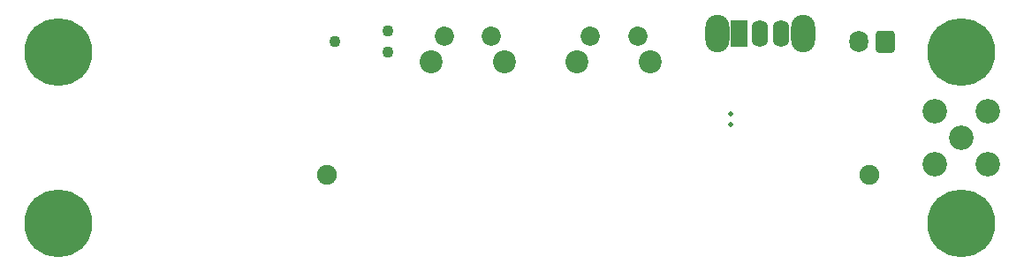
<source format=gbs>
G04 #@! TF.GenerationSoftware,KiCad,Pcbnew,5.1.9-73d0e3b20d~88~ubuntu20.04.1*
G04 #@! TF.CreationDate,2021-01-31T23:38:54-08:00*
G04 #@! TF.ProjectId,current-sense,63757272-656e-4742-9d73-656e73652e6b,rev?*
G04 #@! TF.SameCoordinates,Original*
G04 #@! TF.FileFunction,Soldermask,Bot*
G04 #@! TF.FilePolarity,Negative*
%FSLAX46Y46*%
G04 Gerber Fmt 4.6, Leading zero omitted, Abs format (unit mm)*
G04 Created by KiCad (PCBNEW 5.1.9-73d0e3b20d~88~ubuntu20.04.1) date 2021-01-31 23:38:54*
%MOMM*%
%LPD*%
G01*
G04 APERTURE LIST*
%ADD10O,2.300000X3.600000*%
%ADD11O,1.600000X2.600000*%
%ADD12C,2.200000*%
%ADD13C,1.850000*%
%ADD14O,1.800000X2.100000*%
%ADD15C,1.900000*%
%ADD16C,0.460000*%
%ADD17C,2.350000*%
%ADD18C,0.900000*%
%ADD19C,6.500000*%
%ADD20C,1.091000*%
G04 APERTURE END LIST*
D10*
X80600000Y47500000D03*
X72400000Y47500000D03*
D11*
X78500000Y47500000D03*
X76500000Y47500000D03*
G36*
G01*
X73700000Y46250000D02*
X73700000Y48750000D01*
G75*
G02*
X73750000Y48800000I50000J0D01*
G01*
X75250000Y48800000D01*
G75*
G02*
X75300000Y48750000I0J-50000D01*
G01*
X75300000Y46250000D01*
G75*
G02*
X75250000Y46200000I-50000J0D01*
G01*
X73750000Y46200000D01*
G75*
G02*
X73700000Y46250000I0J50000D01*
G01*
G37*
D12*
X66000000Y44760000D03*
D13*
X64750000Y47250000D03*
X60250000Y47250000D03*
D12*
X58990000Y44760000D03*
X52000000Y44760000D03*
D13*
X50750000Y47250000D03*
X46250000Y47250000D03*
D12*
X44990000Y44760000D03*
D14*
X86000000Y46700000D03*
G36*
G01*
X89400000Y47485295D02*
X89400000Y45914705D01*
G75*
G02*
X89135295Y45650000I-264705J0D01*
G01*
X87864705Y45650000D01*
G75*
G02*
X87600000Y45914705I0J264705D01*
G01*
X87600000Y47485295D01*
G75*
G02*
X87864705Y47750000I264705J0D01*
G01*
X89135295Y47750000D01*
G75*
G02*
X89400000Y47485295I0J-264705D01*
G01*
G37*
D15*
X87000000Y33950000D03*
X35000000Y33950000D03*
D16*
X73700000Y39750000D03*
X73700000Y38750000D03*
D17*
X93210000Y34960000D03*
X98290000Y34960000D03*
X98290000Y40040000D03*
X93210000Y40040000D03*
X95750000Y37500000D03*
D18*
X11000000Y44000000D03*
X7500000Y47500000D03*
X7500000Y44000000D03*
X9250000Y43250000D03*
X6750000Y45750000D03*
X9250000Y48250000D03*
X11000000Y47500000D03*
X11750000Y45750000D03*
D19*
X9250000Y45750000D03*
D18*
X97500000Y44000000D03*
X94000000Y47500000D03*
X94000000Y44000000D03*
X95750000Y43250000D03*
X93250000Y45750000D03*
X95750000Y48250000D03*
X97500000Y47500000D03*
X98250000Y45750000D03*
D19*
X95750000Y45750000D03*
D20*
X40790000Y47766000D03*
X40790000Y45734000D03*
X35710000Y46750000D03*
D18*
X11000000Y27500000D03*
X7500000Y31000000D03*
X7500000Y27500000D03*
X9250000Y26750000D03*
X6750000Y29250000D03*
X9250000Y31750000D03*
X11000000Y31000000D03*
X11750000Y29250000D03*
D19*
X9250000Y29250000D03*
D18*
X97500000Y27500000D03*
X94000000Y31000000D03*
X94000000Y27500000D03*
X95750000Y26750000D03*
X93250000Y29250000D03*
X95750000Y31750000D03*
X97500000Y31000000D03*
X98250000Y29250000D03*
D19*
X95750000Y29250000D03*
M02*

</source>
